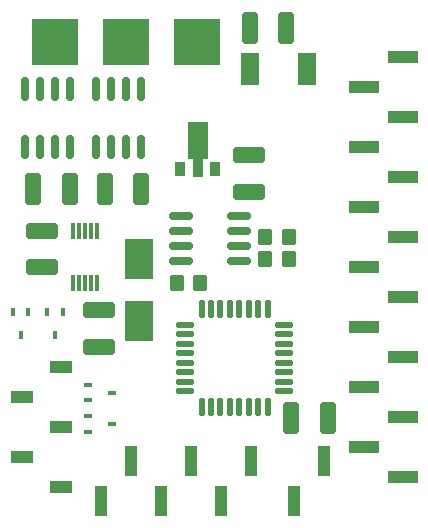
<source format=gts>
G04 #@! TF.GenerationSoftware,KiCad,Pcbnew,6.0.7+dfsg-3*
G04 #@! TF.CreationDate,2022-10-05T14:50:53+02:00*
G04 #@! TF.ProjectId,squeow,73717565-6f77-42e6-9b69-6361645f7063,rev?*
G04 #@! TF.SameCoordinates,Original*
G04 #@! TF.FileFunction,Soldermask,Top*
G04 #@! TF.FilePolarity,Negative*
%FSLAX46Y46*%
G04 Gerber Fmt 4.6, Leading zero omitted, Abs format (unit mm)*
G04 Created by KiCad (PCBNEW 6.0.7+dfsg-3) date 2022-10-05 14:50:53*
%MOMM*%
%LPD*%
G01*
G04 APERTURE LIST*
G04 Aperture macros list*
%AMRoundRect*
0 Rectangle with rounded corners*
0 $1 Rounding radius*
0 $2 $3 $4 $5 $6 $7 $8 $9 X,Y pos of 4 corners*
0 Add a 4 corners polygon primitive as box body*
4,1,4,$2,$3,$4,$5,$6,$7,$8,$9,$2,$3,0*
0 Add four circle primitives for the rounded corners*
1,1,$1+$1,$2,$3*
1,1,$1+$1,$4,$5*
1,1,$1+$1,$6,$7*
1,1,$1+$1,$8,$9*
0 Add four rect primitives between the rounded corners*
20,1,$1+$1,$2,$3,$4,$5,0*
20,1,$1+$1,$4,$5,$6,$7,0*
20,1,$1+$1,$6,$7,$8,$9,0*
20,1,$1+$1,$8,$9,$2,$3,0*%
%AMFreePoly0*
4,1,9,3.862500,-0.866500,0.737500,-0.866500,0.737500,-0.450000,-0.737500,-0.450000,-0.737500,0.450000,0.737500,0.450000,0.737500,0.866500,3.862500,0.866500,3.862500,-0.866500,3.862500,-0.866500,$1*%
G04 Aperture macros list end*
%ADD10R,1.000000X2.510000*%
%ADD11RoundRect,0.250000X0.350000X0.450000X-0.350000X0.450000X-0.350000X-0.450000X0.350000X-0.450000X0*%
%ADD12RoundRect,0.250000X-0.412500X-1.100000X0.412500X-1.100000X0.412500X1.100000X-0.412500X1.100000X0*%
%ADD13R,0.900000X1.300000*%
%ADD14FreePoly0,90.000000*%
%ADD15RoundRect,0.125000X-0.625000X-0.125000X0.625000X-0.125000X0.625000X0.125000X-0.625000X0.125000X0*%
%ADD16RoundRect,0.125000X-0.125000X-0.625000X0.125000X-0.625000X0.125000X0.625000X-0.125000X0.625000X0*%
%ADD17R,0.300000X1.400000*%
%ADD18R,0.700000X0.450000*%
%ADD19R,1.900000X1.000000*%
%ADD20RoundRect,0.250000X-1.100000X0.412500X-1.100000X-0.412500X1.100000X-0.412500X1.100000X0.412500X0*%
%ADD21RoundRect,0.250000X0.412500X1.100000X-0.412500X1.100000X-0.412500X-1.100000X0.412500X-1.100000X0*%
%ADD22RoundRect,0.250000X1.100000X-0.412500X1.100000X0.412500X-1.100000X0.412500X-1.100000X-0.412500X0*%
%ADD23RoundRect,0.150000X0.150000X-0.825000X0.150000X0.825000X-0.150000X0.825000X-0.150000X-0.825000X0*%
%ADD24RoundRect,0.150000X-0.825000X-0.150000X0.825000X-0.150000X0.825000X0.150000X-0.825000X0.150000X0*%
%ADD25RoundRect,0.250000X-0.350000X-0.450000X0.350000X-0.450000X0.350000X0.450000X-0.350000X0.450000X0*%
%ADD26R,4.000000X4.000000*%
%ADD27R,0.450000X0.700000*%
%ADD28R,1.500000X2.700000*%
%ADD29R,2.400000X3.500000*%
%ADD30R,2.510000X1.000000*%
G04 APERTURE END LIST*
D10*
X36728400Y-54610000D03*
X39268400Y-51300000D03*
D11*
X36290000Y-34163000D03*
X34290000Y-34163000D03*
D12*
X14616500Y-28194000D03*
X17741500Y-28194000D03*
D13*
X27075000Y-26542000D03*
D14*
X28575000Y-26454500D03*
D13*
X30075000Y-26542000D03*
D12*
X32981500Y-14605000D03*
X36106500Y-14605000D03*
D15*
X27536500Y-39745000D03*
X27536500Y-40545000D03*
X27536500Y-41345000D03*
X27536500Y-42145000D03*
X27536500Y-42945000D03*
X27536500Y-43745000D03*
X27536500Y-44545000D03*
X27536500Y-45345000D03*
D16*
X28911500Y-46720000D03*
X29711500Y-46720000D03*
X30511500Y-46720000D03*
X31311500Y-46720000D03*
X32111500Y-46720000D03*
X32911500Y-46720000D03*
X33711500Y-46720000D03*
X34511500Y-46720000D03*
D15*
X35886500Y-45345000D03*
X35886500Y-44545000D03*
X35886500Y-43745000D03*
X35886500Y-42945000D03*
X35886500Y-42145000D03*
X35886500Y-41345000D03*
X35886500Y-40545000D03*
X35886500Y-39745000D03*
D16*
X34511500Y-38370000D03*
X33711500Y-38370000D03*
X32911500Y-38370000D03*
X32111500Y-38370000D03*
X31311500Y-38370000D03*
X30511500Y-38370000D03*
X29711500Y-38370000D03*
X28911500Y-38370000D03*
D17*
X18042000Y-36195000D03*
X18542000Y-36195000D03*
X19042000Y-36195000D03*
X19542000Y-36195000D03*
X20042000Y-36195000D03*
X20042000Y-31795000D03*
X19542000Y-31795000D03*
X19042000Y-31795000D03*
X18542000Y-31795000D03*
X18042000Y-31795000D03*
D12*
X20701000Y-28194000D03*
X23826000Y-28194000D03*
D11*
X36290000Y-32258000D03*
X34290000Y-32258000D03*
D18*
X19304000Y-44816000D03*
X19304000Y-46116000D03*
X21304000Y-45466000D03*
D19*
X17018000Y-53467000D03*
X13718000Y-50927000D03*
X17018000Y-48387000D03*
X13718000Y-45847000D03*
X17018000Y-43307000D03*
D20*
X20193000Y-38442500D03*
X20193000Y-41567500D03*
D21*
X39624000Y-47625000D03*
X36499000Y-47625000D03*
D22*
X32893000Y-28448000D03*
X32893000Y-25323000D03*
D23*
X13931500Y-24700000D03*
X15201500Y-24700000D03*
X16471500Y-24700000D03*
X17741500Y-24700000D03*
X17741500Y-19750000D03*
X16471500Y-19750000D03*
X15201500Y-19750000D03*
X13931500Y-19750000D03*
D24*
X27178000Y-30480000D03*
X27178000Y-31750000D03*
X27178000Y-33020000D03*
X27178000Y-34290000D03*
X32128000Y-34290000D03*
X32128000Y-33020000D03*
X32128000Y-31750000D03*
X32128000Y-30480000D03*
D25*
X26797000Y-36195000D03*
X28797000Y-36195000D03*
D22*
X15367000Y-34875000D03*
X15367000Y-31750000D03*
D26*
X28536500Y-15748000D03*
D10*
X20370800Y-54610000D03*
X22910800Y-51300000D03*
X25450800Y-54610000D03*
X27990800Y-51300000D03*
X30530800Y-54610000D03*
X33070800Y-51300000D03*
D27*
X17160000Y-38624000D03*
X15860000Y-38624000D03*
X16510000Y-40624000D03*
D26*
X16471500Y-15748000D03*
D27*
X14239000Y-38624000D03*
X12939000Y-38624000D03*
X13589000Y-40624000D03*
D28*
X33033000Y-18034000D03*
X37833000Y-18034000D03*
D18*
X19336000Y-47483000D03*
X19336000Y-48783000D03*
X21336000Y-48133000D03*
D23*
X19939000Y-24700000D03*
X21209000Y-24700000D03*
X22479000Y-24700000D03*
X23749000Y-24700000D03*
X23749000Y-19750000D03*
X22479000Y-19750000D03*
X21209000Y-19750000D03*
X19939000Y-19750000D03*
D26*
X22479000Y-15748000D03*
D29*
X23622000Y-39370000D03*
X23622000Y-34170000D03*
D30*
X45978000Y-52578000D03*
X42668000Y-50038000D03*
X45978000Y-47498000D03*
X42668000Y-44958000D03*
X45978000Y-42418000D03*
X42668000Y-39878000D03*
X45978000Y-37338000D03*
X42668000Y-34798000D03*
X45978000Y-32258000D03*
X42668000Y-29718000D03*
X45978000Y-27178000D03*
X42668000Y-24638000D03*
X45978000Y-22098000D03*
X42668000Y-19558000D03*
X45978000Y-17018000D03*
M02*

</source>
